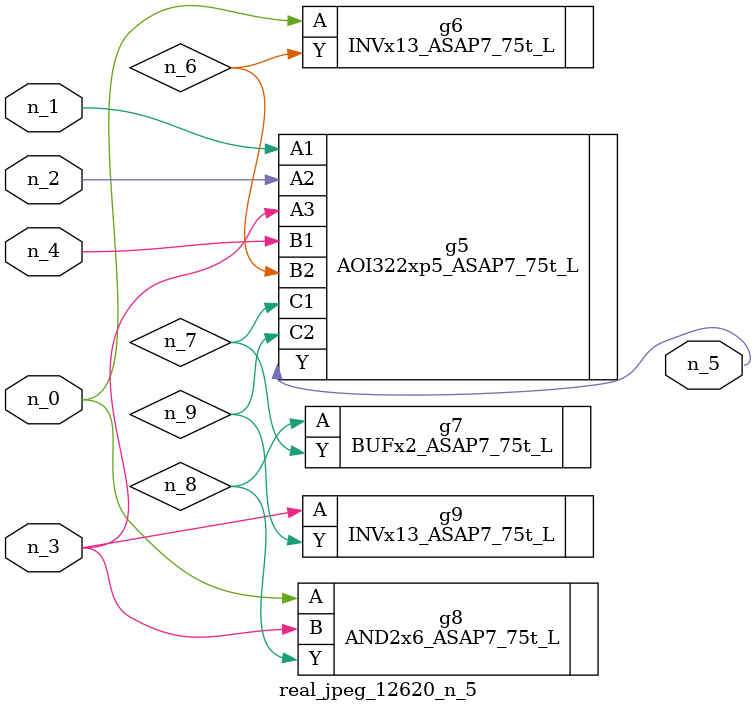
<source format=v>
module real_jpeg_12620_n_5 (n_4, n_0, n_1, n_2, n_3, n_5);

input n_4;
input n_0;
input n_1;
input n_2;
input n_3;

output n_5;

wire n_8;
wire n_6;
wire n_7;
wire n_9;

INVx13_ASAP7_75t_L g6 ( 
.A(n_0),
.Y(n_6)
);

AND2x6_ASAP7_75t_L g8 ( 
.A(n_0),
.B(n_3),
.Y(n_8)
);

AOI322xp5_ASAP7_75t_L g5 ( 
.A1(n_1),
.A2(n_2),
.A3(n_3),
.B1(n_4),
.B2(n_6),
.C1(n_7),
.C2(n_9),
.Y(n_5)
);

INVx13_ASAP7_75t_L g9 ( 
.A(n_3),
.Y(n_9)
);

BUFx2_ASAP7_75t_L g7 ( 
.A(n_8),
.Y(n_7)
);


endmodule
</source>
